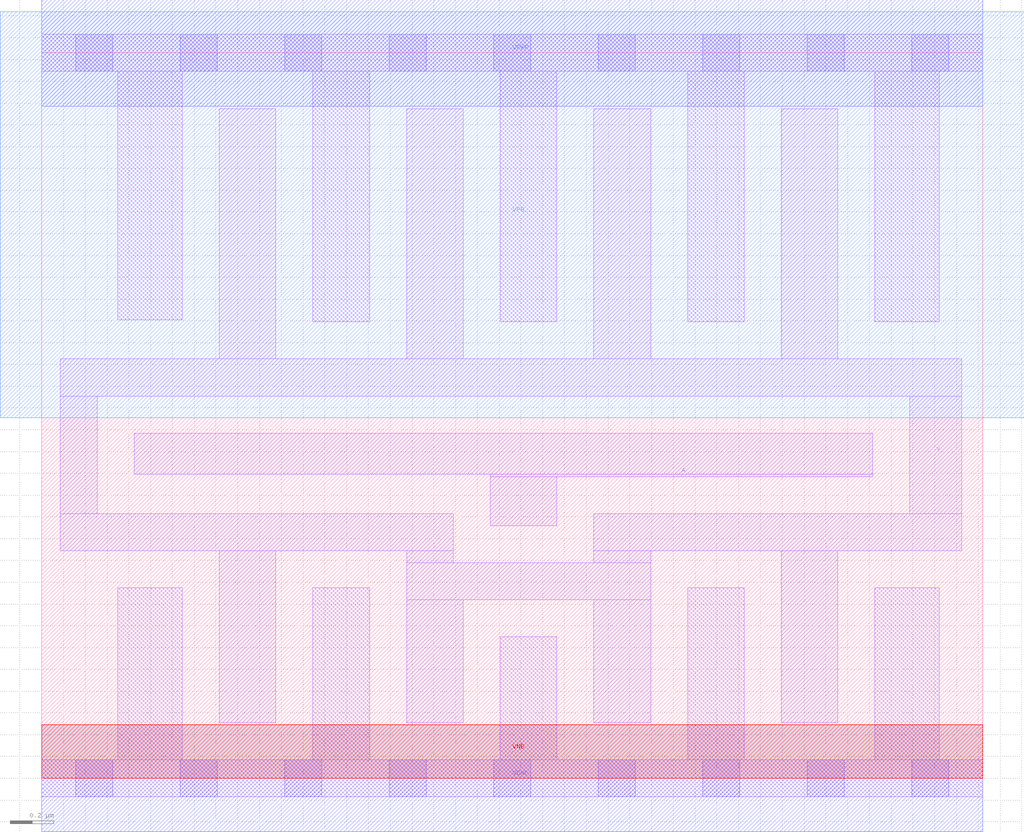
<source format=lef>
# Copyright 2020 The SkyWater PDK Authors
#
# Licensed under the Apache License, Version 2.0 (the "License");
# you may not use this file except in compliance with the License.
# You may obtain a copy of the License at
#
#     https://www.apache.org/licenses/LICENSE-2.0
#
# Unless required by applicable law or agreed to in writing, software
# distributed under the License is distributed on an "AS IS" BASIS,
# WITHOUT WARRANTIES OR CONDITIONS OF ANY KIND, either express or implied.
# See the License for the specific language governing permissions and
# limitations under the License.
#
# SPDX-License-Identifier: Apache-2.0

VERSION 5.7 ;
  NOWIREEXTENSIONATPIN ON ;
  DIVIDERCHAR "/" ;
  BUSBITCHARS "[]" ;
MACRO sky130_fd_sc_lp__inv_8
  CLASS CORE ;
  FOREIGN sky130_fd_sc_lp__inv_8 ;
  ORIGIN  0.000000  0.000000 ;
  SIZE  4.320000 BY  3.330000 ;
  SYMMETRY X Y R90 ;
  SITE unit ;
  PIN A
    ANTENNAGATEAREA  2.520000 ;
    DIRECTION INPUT ;
    USE SIGNAL ;
    PORT
      LAYER li1 ;
        RECT 0.425000 1.395000 3.815000 1.585000 ;
        RECT 2.060000 1.160000 2.365000 1.385000 ;
        RECT 2.060000 1.385000 3.815000 1.395000 ;
    END
  END A
  PIN Y
    ANTENNADIFFAREA  2.352000 ;
    DIRECTION OUTPUT ;
    USE SIGNAL ;
    PORT
      LAYER li1 ;
        RECT 0.085000 1.045000 1.890000 1.215000 ;
        RECT 0.085000 1.215000 0.255000 1.755000 ;
        RECT 0.085000 1.755000 4.225000 1.925000 ;
        RECT 0.815000 0.255000 1.075000 1.045000 ;
        RECT 0.815000 1.925000 1.075000 3.075000 ;
        RECT 1.675000 0.255000 1.935000 0.820000 ;
        RECT 1.675000 0.820000 2.795000 0.990000 ;
        RECT 1.675000 0.990000 1.890000 1.045000 ;
        RECT 1.675000 1.925000 1.935000 3.075000 ;
        RECT 2.535000 0.255000 2.795000 0.820000 ;
        RECT 2.535000 0.990000 2.795000 1.045000 ;
        RECT 2.535000 1.045000 4.225000 1.215000 ;
        RECT 2.535000 1.925000 2.795000 3.075000 ;
        RECT 3.395000 0.255000 3.655000 1.045000 ;
        RECT 3.395000 1.925000 3.655000 3.075000 ;
        RECT 3.985000 1.215000 4.225000 1.755000 ;
    END
  END Y
  PIN VGND
    DIRECTION INOUT ;
    USE GROUND ;
    PORT
      LAYER met1 ;
        RECT 0.000000 -0.245000 4.320000 0.245000 ;
    END
  END VGND
  PIN VNB
    DIRECTION INOUT ;
    USE GROUND ;
    PORT
      LAYER pwell ;
        RECT 0.000000 0.000000 4.320000 0.245000 ;
    END
  END VNB
  PIN VPB
    DIRECTION INOUT ;
    USE POWER ;
    PORT
      LAYER nwell ;
        RECT -0.190000 1.655000 4.510000 3.520000 ;
    END
  END VPB
  PIN VPWR
    DIRECTION INOUT ;
    USE POWER ;
    PORT
      LAYER met1 ;
        RECT 0.000000 3.085000 4.320000 3.575000 ;
    END
  END VPWR
  OBS
    LAYER li1 ;
      RECT 0.000000 -0.085000 4.320000 0.085000 ;
      RECT 0.000000  3.245000 4.320000 3.415000 ;
      RECT 0.350000  0.085000 0.645000 0.875000 ;
      RECT 0.350000  2.105000 0.645000 3.245000 ;
      RECT 1.245000  0.085000 1.505000 0.875000 ;
      RECT 1.245000  2.095000 1.505000 3.245000 ;
      RECT 2.105000  0.085000 2.365000 0.650000 ;
      RECT 2.105000  2.095000 2.365000 3.245000 ;
      RECT 2.965000  0.085000 3.225000 0.875000 ;
      RECT 2.965000  2.095000 3.225000 3.245000 ;
      RECT 3.825000  0.085000 4.120000 0.875000 ;
      RECT 3.825000  2.095000 4.120000 3.245000 ;
    LAYER mcon ;
      RECT 0.155000 -0.085000 0.325000 0.085000 ;
      RECT 0.155000  3.245000 0.325000 3.415000 ;
      RECT 0.635000 -0.085000 0.805000 0.085000 ;
      RECT 0.635000  3.245000 0.805000 3.415000 ;
      RECT 1.115000 -0.085000 1.285000 0.085000 ;
      RECT 1.115000  3.245000 1.285000 3.415000 ;
      RECT 1.595000 -0.085000 1.765000 0.085000 ;
      RECT 1.595000  3.245000 1.765000 3.415000 ;
      RECT 2.075000 -0.085000 2.245000 0.085000 ;
      RECT 2.075000  3.245000 2.245000 3.415000 ;
      RECT 2.555000 -0.085000 2.725000 0.085000 ;
      RECT 2.555000  3.245000 2.725000 3.415000 ;
      RECT 3.035000 -0.085000 3.205000 0.085000 ;
      RECT 3.035000  3.245000 3.205000 3.415000 ;
      RECT 3.515000 -0.085000 3.685000 0.085000 ;
      RECT 3.515000  3.245000 3.685000 3.415000 ;
      RECT 3.995000 -0.085000 4.165000 0.085000 ;
      RECT 3.995000  3.245000 4.165000 3.415000 ;
  END
END sky130_fd_sc_lp__inv_8
END LIBRARY

</source>
